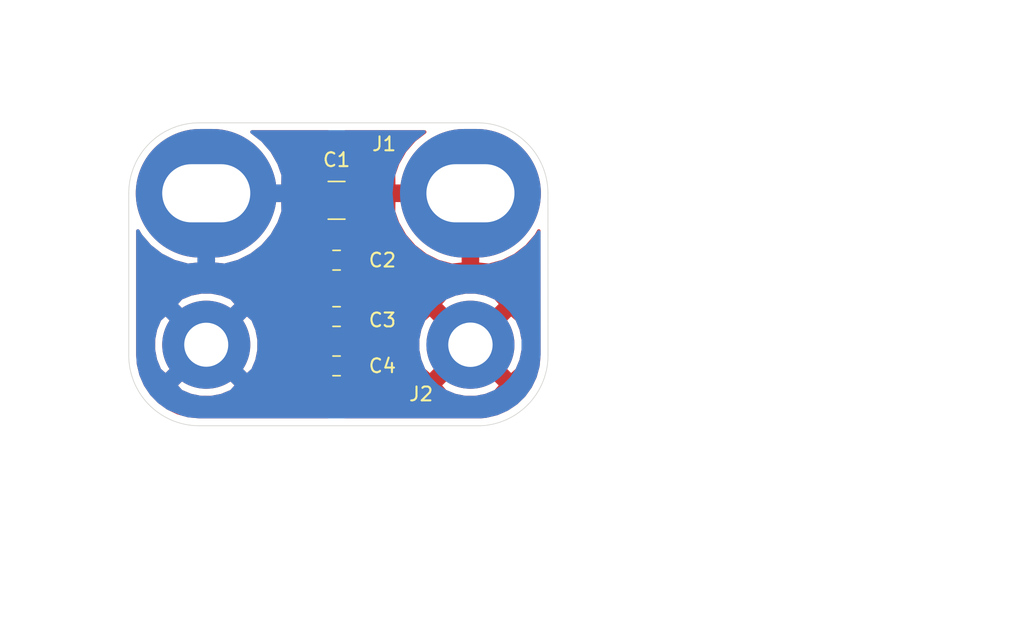
<source format=kicad_pcb>
(kicad_pcb (version 20171130) (host pcbnew "(5.1.5)-3")

  (general
    (thickness 1.6)
    (drawings 16)
    (tracks 0)
    (zones 0)
    (modules 6)
    (nets 3)
  )

  (page A4)
  (layers
    (0 F.Cu signal)
    (31 B.Cu signal)
    (32 B.Adhes user)
    (33 F.Adhes user)
    (34 B.Paste user)
    (35 F.Paste user)
    (36 B.SilkS user)
    (37 F.SilkS user)
    (38 B.Mask user)
    (39 F.Mask user)
    (40 Dwgs.User user)
    (41 Cmts.User user)
    (42 Eco1.User user)
    (43 Eco2.User user)
    (44 Edge.Cuts user)
    (45 Margin user)
    (46 B.CrtYd user)
    (47 F.CrtYd user)
    (48 B.Fab user)
    (49 F.Fab user)
  )

  (setup
    (last_trace_width 0.25)
    (trace_clearance 0.2)
    (zone_clearance 0.508)
    (zone_45_only no)
    (trace_min 0.2)
    (via_size 0.8)
    (via_drill 0.4)
    (via_min_size 0.4)
    (via_min_drill 0.3)
    (uvia_size 0.3)
    (uvia_drill 0.1)
    (uvias_allowed no)
    (uvia_min_size 0.2)
    (uvia_min_drill 0.1)
    (edge_width 0.05)
    (segment_width 0.2)
    (pcb_text_width 0.3)
    (pcb_text_size 1.5 1.5)
    (mod_edge_width 0.12)
    (mod_text_size 1 1)
    (mod_text_width 0.15)
    (pad_size 1.524 1.524)
    (pad_drill 0.762)
    (pad_to_mask_clearance 0.051)
    (solder_mask_min_width 0.25)
    (aux_axis_origin 0 0)
    (visible_elements 7FFFFF7F)
    (pcbplotparams
      (layerselection 0x010fc_ffffffff)
      (usegerberextensions false)
      (usegerberattributes false)
      (usegerberadvancedattributes false)
      (creategerberjobfile false)
      (excludeedgelayer true)
      (linewidth 0.100000)
      (plotframeref false)
      (viasonmask false)
      (mode 1)
      (useauxorigin false)
      (hpglpennumber 1)
      (hpglpenspeed 20)
      (hpglpendiameter 15.000000)
      (psnegative false)
      (psa4output false)
      (plotreference true)
      (plotvalue true)
      (plotinvisibletext false)
      (padsonsilk false)
      (subtractmaskfromsilk false)
      (outputformat 1)
      (mirror false)
      (drillshape 0)
      (scaleselection 1)
      (outputdirectory "C:/Users/HPz420/Documents/GitHub/land-boards/lb-corporate-Identity/TestEqpt/Power_Supply_36V_6A_Others/BindingPost_PCB/BindingPost_PCB/plots/"))
  )

  (net 0 "")
  (net 1 /VCC)
  (net 2 /GND)

  (net_class Default "This is the default net class."
    (clearance 0.2)
    (trace_width 0.25)
    (via_dia 0.8)
    (via_drill 0.4)
    (uvia_dia 0.3)
    (uvia_drill 0.1)
    (add_net /GND)
    (add_net /VCC)
  )

  (module LandBoards_Conns:2x12AWG (layer F.Cu) (tedit 610692E3) (tstamp 6106E571)
    (at 24.892 16.002 180)
    (descr "Through hole straight pin header, 1x02, 2.54mm pitch, single row")
    (tags "Through hole pin header THT 1x02 2.54mm single row")
    (path /61068C5B)
    (fp_text reference J2 (at 3.556 -3.556 180) (layer F.SilkS)
      (effects (font (size 1 1) (thickness 0.15)))
    )
    (fp_text value Conn_01x02 (at 8.89 0 180) (layer F.Fab) hide
      (effects (font (size 1 1) (thickness 0.15)))
    )
    (fp_line (start -0.635 -1.27) (end 1.27 -1.27) (layer F.Fab) (width 0.1))
    (fp_line (start -1.27 -0.635) (end -0.635 -1.27) (layer F.Fab) (width 0.1))
    (fp_line (start 1.8 -1.8) (end -1.8 -1.8) (layer F.CrtYd) (width 0.05))
    (fp_text user %R (at 0 1.27 270) (layer F.Fab)
      (effects (font (size 1 1) (thickness 0.15)))
    )
    (pad 1 thru_hole circle (at 0 0 180) (size 6.35 6.35) (drill 3.2004) (layers *.Cu *.Mask)
      (net 1 /VCC))
    (pad 2 thru_hole circle (at 19.05 0 180) (size 6.35 6.35) (drill 3.175) (layers *.Cu *.Mask)
      (net 2 /GND))
  )

  (module LandBoards_Conns:BindingPosts (layer F.Cu) (tedit 61068D8E) (tstamp 6106DA26)
    (at 24.892 5.08 180)
    (descr "Through hole straight pin header, 1x02, 2.54mm pitch, single row")
    (tags "Through hole pin header THT 1x02 2.54mm single row")
    (path /61069496)
    (fp_text reference J1 (at 6.223 3.556 180) (layer F.SilkS)
      (effects (font (size 1 1) (thickness 0.15)))
    )
    (fp_text value Conn_01x02 (at 8.89 0 180) (layer F.Fab) hide
      (effects (font (size 1 1) (thickness 0.15)))
    )
    (fp_text user %R (at 0 1.27 270) (layer F.Fab)
      (effects (font (size 1 1) (thickness 0.15)))
    )
    (fp_line (start 1.8 -1.8) (end -1.8 -1.8) (layer F.CrtYd) (width 0.05))
    (fp_line (start -1.27 -0.635) (end -0.635 -1.27) (layer F.Fab) (width 0.1))
    (fp_line (start -0.635 -1.27) (end 1.27 -1.27) (layer F.Fab) (width 0.1))
    (pad 2 thru_hole oval (at 19.05 0 180) (size 10.16 9.271) (drill oval 6.35 4.191) (layers *.Cu *.Mask)
      (net 2 /GND))
    (pad 1 thru_hole oval (at 0 0 180) (size 10.16 9.271) (drill oval 6.35 4.191) (layers *.Cu *.Mask)
      (net 1 /VCC))
  )

  (module Capacitor_SMD:C_1210_3225Metric_Pad1.42x2.65mm_HandSolder (layer F.Cu) (tedit 5B301BBE) (tstamp 610681D6)
    (at 15.24 5.588 180)
    (descr "Capacitor SMD 1210 (3225 Metric), square (rectangular) end terminal, IPC_7351 nominal with elongated pad for handsoldering. (Body size source: http://www.tortai-tech.com/upload/download/2011102023233369053.pdf), generated with kicad-footprint-generator")
    (tags "capacitor handsolder")
    (path /61067DC5)
    (attr smd)
    (fp_text reference C1 (at 0 2.921) (layer F.SilkS)
      (effects (font (size 1 1) (thickness 0.15)))
    )
    (fp_text value 10uF (at 0 2.28) (layer F.Fab) hide
      (effects (font (size 1 1) (thickness 0.15)))
    )
    (fp_line (start -1.6 1.25) (end -1.6 -1.25) (layer F.Fab) (width 0.1))
    (fp_line (start -1.6 -1.25) (end 1.6 -1.25) (layer F.Fab) (width 0.1))
    (fp_line (start 1.6 -1.25) (end 1.6 1.25) (layer F.Fab) (width 0.1))
    (fp_line (start 1.6 1.25) (end -1.6 1.25) (layer F.Fab) (width 0.1))
    (fp_line (start -0.602064 -1.36) (end 0.602064 -1.36) (layer F.SilkS) (width 0.12))
    (fp_line (start -0.602064 1.36) (end 0.602064 1.36) (layer F.SilkS) (width 0.12))
    (fp_line (start -2.45 1.58) (end -2.45 -1.58) (layer F.CrtYd) (width 0.05))
    (fp_line (start -2.45 -1.58) (end 2.45 -1.58) (layer F.CrtYd) (width 0.05))
    (fp_line (start 2.45 -1.58) (end 2.45 1.58) (layer F.CrtYd) (width 0.05))
    (fp_line (start 2.45 1.58) (end -2.45 1.58) (layer F.CrtYd) (width 0.05))
    (fp_text user %R (at 0 0) (layer F.Fab) hide
      (effects (font (size 0.8 0.8) (thickness 0.12)))
    )
    (pad 1 smd roundrect (at -1.4875 0 180) (size 1.425 2.65) (layers F.Cu F.Paste F.Mask) (roundrect_rratio 0.175439)
      (net 1 /VCC))
    (pad 2 smd roundrect (at 1.4875 0 180) (size 1.425 2.65) (layers F.Cu F.Paste F.Mask) (roundrect_rratio 0.175439)
      (net 2 /GND))
    (model ${KISYS3DMOD}/Capacitor_SMD.3dshapes/C_1210_3225Metric.wrl
      (at (xyz 0 0 0))
      (scale (xyz 1 1 1))
      (rotate (xyz 0 0 0))
    )
  )

  (module Capacitor_SMD:C_0805_2012Metric_Pad1.15x1.40mm_HandSolder (layer F.Cu) (tedit 5B36C52B) (tstamp 610681E7)
    (at 15.24 9.906 180)
    (descr "Capacitor SMD 0805 (2012 Metric), square (rectangular) end terminal, IPC_7351 nominal with elongated pad for handsoldering. (Body size source: https://docs.google.com/spreadsheets/d/1BsfQQcO9C6DZCsRaXUlFlo91Tg2WpOkGARC1WS5S8t0/edit?usp=sharing), generated with kicad-footprint-generator")
    (tags "capacitor handsolder")
    (path /610682BA)
    (attr smd)
    (fp_text reference C2 (at -3.302 0) (layer F.SilkS)
      (effects (font (size 1 1) (thickness 0.15)))
    )
    (fp_text value 0.1uF (at 0 1.65) (layer F.Fab) hide
      (effects (font (size 1 1) (thickness 0.15)))
    )
    (fp_line (start -1 0.6) (end -1 -0.6) (layer F.Fab) (width 0.1))
    (fp_line (start -1 -0.6) (end 1 -0.6) (layer F.Fab) (width 0.1))
    (fp_line (start 1 -0.6) (end 1 0.6) (layer F.Fab) (width 0.1))
    (fp_line (start 1 0.6) (end -1 0.6) (layer F.Fab) (width 0.1))
    (fp_line (start -0.261252 -0.71) (end 0.261252 -0.71) (layer F.SilkS) (width 0.12))
    (fp_line (start -0.261252 0.71) (end 0.261252 0.71) (layer F.SilkS) (width 0.12))
    (fp_line (start -1.85 0.95) (end -1.85 -0.95) (layer F.CrtYd) (width 0.05))
    (fp_line (start -1.85 -0.95) (end 1.85 -0.95) (layer F.CrtYd) (width 0.05))
    (fp_line (start 1.85 -0.95) (end 1.85 0.95) (layer F.CrtYd) (width 0.05))
    (fp_line (start 1.85 0.95) (end -1.85 0.95) (layer F.CrtYd) (width 0.05))
    (fp_text user %R (at 0 0 180) (layer F.Fab) hide
      (effects (font (size 0.5 0.5) (thickness 0.08)))
    )
    (pad 1 smd roundrect (at -1.025 0 180) (size 1.15 1.4) (layers F.Cu F.Paste F.Mask) (roundrect_rratio 0.217391)
      (net 1 /VCC))
    (pad 2 smd roundrect (at 1.025 0 180) (size 1.15 1.4) (layers F.Cu F.Paste F.Mask) (roundrect_rratio 0.217391)
      (net 2 /GND))
    (model ${KISYS3DMOD}/Capacitor_SMD.3dshapes/C_0805_2012Metric.wrl
      (at (xyz 0 0 0))
      (scale (xyz 1 1 1))
      (rotate (xyz 0 0 0))
    )
  )

  (module Capacitor_SMD:C_0805_2012Metric_Pad1.15x1.40mm_HandSolder (layer F.Cu) (tedit 5B36C52B) (tstamp 610681F8)
    (at 15.24 13.97 180)
    (descr "Capacitor SMD 0805 (2012 Metric), square (rectangular) end terminal, IPC_7351 nominal with elongated pad for handsoldering. (Body size source: https://docs.google.com/spreadsheets/d/1BsfQQcO9C6DZCsRaXUlFlo91Tg2WpOkGARC1WS5S8t0/edit?usp=sharing), generated with kicad-footprint-generator")
    (tags "capacitor handsolder")
    (path /61068637)
    (attr smd)
    (fp_text reference C3 (at -3.302 -0.254) (layer F.SilkS)
      (effects (font (size 1 1) (thickness 0.15)))
    )
    (fp_text value 0.01uF (at 0 1.65) (layer F.Fab) hide
      (effects (font (size 1 1) (thickness 0.15)))
    )
    (fp_text user %R (at 0 0) (layer F.Fab) hide
      (effects (font (size 0.5 0.5) (thickness 0.08)))
    )
    (fp_line (start 1.85 0.95) (end -1.85 0.95) (layer F.CrtYd) (width 0.05))
    (fp_line (start 1.85 -0.95) (end 1.85 0.95) (layer F.CrtYd) (width 0.05))
    (fp_line (start -1.85 -0.95) (end 1.85 -0.95) (layer F.CrtYd) (width 0.05))
    (fp_line (start -1.85 0.95) (end -1.85 -0.95) (layer F.CrtYd) (width 0.05))
    (fp_line (start -0.261252 0.71) (end 0.261252 0.71) (layer F.SilkS) (width 0.12))
    (fp_line (start -0.261252 -0.71) (end 0.261252 -0.71) (layer F.SilkS) (width 0.12))
    (fp_line (start 1 0.6) (end -1 0.6) (layer F.Fab) (width 0.1))
    (fp_line (start 1 -0.6) (end 1 0.6) (layer F.Fab) (width 0.1))
    (fp_line (start -1 -0.6) (end 1 -0.6) (layer F.Fab) (width 0.1))
    (fp_line (start -1 0.6) (end -1 -0.6) (layer F.Fab) (width 0.1))
    (pad 2 smd roundrect (at 1.025 0 180) (size 1.15 1.4) (layers F.Cu F.Paste F.Mask) (roundrect_rratio 0.217391)
      (net 2 /GND))
    (pad 1 smd roundrect (at -1.025 0 180) (size 1.15 1.4) (layers F.Cu F.Paste F.Mask) (roundrect_rratio 0.217391)
      (net 1 /VCC))
    (model ${KISYS3DMOD}/Capacitor_SMD.3dshapes/C_0805_2012Metric.wrl
      (at (xyz 0 0 0))
      (scale (xyz 1 1 1))
      (rotate (xyz 0 0 0))
    )
  )

  (module Capacitor_SMD:C_0805_2012Metric_Pad1.15x1.40mm_HandSolder (layer F.Cu) (tedit 5B36C52B) (tstamp 6106DEEA)
    (at 15.24 17.526 180)
    (descr "Capacitor SMD 0805 (2012 Metric), square (rectangular) end terminal, IPC_7351 nominal with elongated pad for handsoldering. (Body size source: https://docs.google.com/spreadsheets/d/1BsfQQcO9C6DZCsRaXUlFlo91Tg2WpOkGARC1WS5S8t0/edit?usp=sharing), generated with kicad-footprint-generator")
    (tags "capacitor handsolder")
    (path /6107009B)
    (attr smd)
    (fp_text reference C4 (at -3.302 0) (layer F.SilkS)
      (effects (font (size 1 1) (thickness 0.15)))
    )
    (fp_text value 0.1uF (at 0 1.65) (layer F.Fab) hide
      (effects (font (size 1 1) (thickness 0.15)))
    )
    (fp_line (start -1 0.6) (end -1 -0.6) (layer F.Fab) (width 0.1))
    (fp_line (start -1 -0.6) (end 1 -0.6) (layer F.Fab) (width 0.1))
    (fp_line (start 1 -0.6) (end 1 0.6) (layer F.Fab) (width 0.1))
    (fp_line (start 1 0.6) (end -1 0.6) (layer F.Fab) (width 0.1))
    (fp_line (start -0.261252 -0.71) (end 0.261252 -0.71) (layer F.SilkS) (width 0.12))
    (fp_line (start -0.261252 0.71) (end 0.261252 0.71) (layer F.SilkS) (width 0.12))
    (fp_line (start -1.85 0.95) (end -1.85 -0.95) (layer F.CrtYd) (width 0.05))
    (fp_line (start -1.85 -0.95) (end 1.85 -0.95) (layer F.CrtYd) (width 0.05))
    (fp_line (start 1.85 -0.95) (end 1.85 0.95) (layer F.CrtYd) (width 0.05))
    (fp_line (start 1.85 0.95) (end -1.85 0.95) (layer F.CrtYd) (width 0.05))
    (fp_text user %R (at 0 0) (layer F.Fab) hide
      (effects (font (size 0.5 0.5) (thickness 0.08)))
    )
    (pad 1 smd roundrect (at -1.025 0 180) (size 1.15 1.4) (layers F.Cu F.Paste F.Mask) (roundrect_rratio 0.217391)
      (net 1 /VCC))
    (pad 2 smd roundrect (at 1.025 0 180) (size 1.15 1.4) (layers F.Cu F.Paste F.Mask) (roundrect_rratio 0.217391)
      (net 2 /GND))
    (model ${KISYS3DMOD}/Capacitor_SMD.3dshapes/C_0805_2012Metric.wrl
      (at (xyz 0 0 0))
      (scale (xyz 1 1 1))
      (rotate (xyz 0 0 0))
    )
  )

  (dimension 4.191 (width 0.15) (layer Eco1.User)
    (gr_text "0.1650 in" (at -1.935 5.0165 90) (layer Eco1.User)
      (effects (font (size 1 1) (thickness 0.15)))
    )
    (feature1 (pts (xy 5.588 2.921) (xy -1.221421 2.921)))
    (feature2 (pts (xy 5.588 7.112) (xy -1.221421 7.112)))
    (crossbar (pts (xy -0.635 7.112) (xy -0.635 2.921)))
    (arrow1a (pts (xy -0.635 2.921) (xy -0.048579 4.047504)))
    (arrow1b (pts (xy -0.635 2.921) (xy -1.221421 4.047504)))
    (arrow2a (pts (xy -0.635 7.112) (xy -0.048579 5.985496)))
    (arrow2b (pts (xy -0.635 7.112) (xy -1.221421 5.985496)))
  )
  (dimension 9.271 (width 0.15) (layer Eco1.User)
    (gr_text "0.3650 in" (at -5.364 5.1435 90) (layer Eco1.User)
      (effects (font (size 1 1) (thickness 0.15)))
    )
    (feature1 (pts (xy 5.842 0.508) (xy -4.650421 0.508)))
    (feature2 (pts (xy 5.842 9.779) (xy -4.650421 9.779)))
    (crossbar (pts (xy -4.064 9.779) (xy -4.064 0.508)))
    (arrow1a (pts (xy -4.064 0.508) (xy -3.477579 1.634504)))
    (arrow1b (pts (xy -4.064 0.508) (xy -4.650421 1.634504)))
    (arrow2a (pts (xy -4.064 9.779) (xy -3.477579 8.652496)))
    (arrow2b (pts (xy -4.064 9.779) (xy -4.650421 8.652496)))
  )
  (dimension 3.175 (width 0.12) (layer Eco1.User)
    (gr_text "0.1250 in" (at 5.7785 24.892) (layer Eco1.User)
      (effects (font (size 1 1) (thickness 0.15)))
    )
    (feature1 (pts (xy 7.366 16.002) (xy 7.366 24.208421)))
    (feature2 (pts (xy 4.191 16.002) (xy 4.191 24.208421)))
    (crossbar (pts (xy 4.191 23.622) (xy 7.366 23.622)))
    (arrow1a (pts (xy 7.366 23.622) (xy 6.239496 24.208421)))
    (arrow1b (pts (xy 7.366 23.622) (xy 6.239496 23.035579)))
    (arrow2a (pts (xy 4.191 23.622) (xy 5.317504 24.208421)))
    (arrow2b (pts (xy 4.191 23.622) (xy 5.317504 23.035579)))
  )
  (dimension 3.556 (width 0.15) (layer Eco1.User)
    (gr_text "0.1400 in" (at 4.318 -3.078) (layer Eco1.User)
      (effects (font (size 1 1) (thickness 0.15)))
    )
    (feature1 (pts (xy 2.54 5.08) (xy 2.54 -2.364421)))
    (feature2 (pts (xy 6.096 5.08) (xy 6.096 -2.364421)))
    (crossbar (pts (xy 6.096 -1.778) (xy 2.54 -1.778)))
    (arrow1a (pts (xy 2.54 -1.778) (xy 3.666504 -2.364421)))
    (arrow1b (pts (xy 2.54 -1.778) (xy 3.666504 -1.191579)))
    (arrow2a (pts (xy 6.096 -1.778) (xy 4.969496 -2.364421)))
    (arrow2b (pts (xy 6.096 -1.778) (xy 4.969496 -1.191579)))
  )
  (gr_text "12 AWG stranded wire diameter = 0.1020\n  https://www.avoutlet.com/images/product/additional/f/awg-solid-stranded-web.pdf\n4-40 screw diameter = 0.112\"\n  https://www.engineersedge.com/screw_threads_chart.htm\nBinding post screw diameter = 0.145\" and 0.152\" (measured 2 pcs)\nBinding post washer diameter = 0.350\" (measured)\n" (at -3.048 31.623) (layer Dwgs.User)
    (effects (font (size 1 1) (thickness 0.15)) (justify left))
  )
  (dimension 19.05 (width 0.12) (layer Eco1.User)
    (gr_text "0.7500 in" (at 15.621 -3.048) (layer Eco1.User)
      (effects (font (size 1 1) (thickness 0.15)))
    )
    (feature1 (pts (xy 25.146 5.08) (xy 25.146 -2.364421)))
    (feature2 (pts (xy 6.096 5.08) (xy 6.096 -2.364421)))
    (crossbar (pts (xy 6.096 -1.778) (xy 25.146 -1.778)))
    (arrow1a (pts (xy 25.146 -1.778) (xy 24.019496 -1.191579)))
    (arrow1b (pts (xy 25.146 -1.778) (xy 24.019496 -2.364421)))
    (arrow2a (pts (xy 6.096 -1.778) (xy 7.222504 -1.191579)))
    (arrow2b (pts (xy 6.096 -1.778) (xy 7.222504 -2.364421)))
  )
  (dimension 30.226 (width 0.15) (layer Eco1.User)
    (gr_text "1.1900 in" (at 15.367 -8.158) (layer Eco1.User)
      (effects (font (size 1 1) (thickness 0.15)))
    )
    (feature1 (pts (xy 30.48 2.286) (xy 30.48 -7.444421)))
    (feature2 (pts (xy 0.254 2.286) (xy 0.254 -7.444421)))
    (crossbar (pts (xy 0.254 -6.858) (xy 30.48 -6.858)))
    (arrow1a (pts (xy 30.48 -6.858) (xy 29.353496 -6.271579)))
    (arrow1b (pts (xy 30.48 -6.858) (xy 29.353496 -7.444421)))
    (arrow2a (pts (xy 0.254 -6.858) (xy 1.380504 -6.271579)))
    (arrow2b (pts (xy 0.254 -6.858) (xy 1.380504 -7.444421)))
  )
  (dimension 21.844 (width 0.15) (layer Eco1.User)
    (gr_text "0.8600 in" (at 34.066 10.922 270) (layer Eco1.User)
      (effects (font (size 1 1) (thickness 0.15)))
    )
    (feature1 (pts (xy 25.4 21.844) (xy 33.352421 21.844)))
    (feature2 (pts (xy 25.4 0) (xy 33.352421 0)))
    (crossbar (pts (xy 32.766 0) (xy 32.766 21.844)))
    (arrow1a (pts (xy 32.766 21.844) (xy 32.179579 20.717496)))
    (arrow1b (pts (xy 32.766 21.844) (xy 33.352421 20.717496)))
    (arrow2a (pts (xy 32.766 0) (xy 32.179579 1.126504)))
    (arrow2b (pts (xy 32.766 0) (xy 33.352421 1.126504)))
  )
  (gr_arc (start 25.4 5.08) (end 30.48 5.08) (angle -90) (layer Edge.Cuts) (width 0.05))
  (gr_line (start 0.254 5.08) (end 0.254 16.764) (layer Edge.Cuts) (width 0.05) (tstamp 6106DDDB))
  (gr_arc (start 25.4 16.764) (end 25.654 21.844) (angle -87.13759477) (layer Edge.Cuts) (width 0.05))
  (gr_arc (start 5.334 16.764) (end 0.254 16.764) (angle -90) (layer Edge.Cuts) (width 0.05))
  (gr_line (start 25.4 0) (end 5.334 0) (layer Edge.Cuts) (width 0.05) (tstamp 6106DD9C))
  (gr_arc (start 5.334 5.08) (end 5.334 0) (angle -90) (layer Edge.Cuts) (width 0.05))
  (gr_line (start 30.486346 16.764) (end 30.48 5.08) (layer Edge.Cuts) (width 0.05) (tstamp 6106DD43))
  (gr_line (start 5.334 21.844) (end 25.654 21.844) (layer Edge.Cuts) (width 0.05))

  (zone (net 2) (net_name /GND) (layer F.Cu) (tstamp 6106EB44) (hatch edge 0.508)
    (connect_pads (clearance 0.508))
    (min_thickness 0.254)
    (fill yes (arc_segments 32) (thermal_gap 0.508) (thermal_bridge_width 1.27))
    (polygon
      (pts
        (xy 14.732 21.844) (xy 5.588 21.844) (xy 1.778 20.574) (xy 0.254 17.526) (xy 0.254 5.08)
        (xy 1.27 1.524) (xy 5.842 0) (xy 14.732 0)
      )
    )
    (filled_polygon
      (pts
        (xy 14.605 3.641895) (xy 14.589482 3.637188) (xy 14.465 3.624928) (xy 14.41925 3.628) (xy 14.2605 3.78675)
        (xy 14.2605 5.08) (xy 14.2805 5.08) (xy 14.2805 6.096) (xy 14.2605 6.096) (xy 14.2605 7.38925)
        (xy 14.41925 7.548) (xy 14.465 7.551072) (xy 14.589482 7.538812) (xy 14.605 7.534105) (xy 14.605 21.184)
        (xy 5.363392 21.184) (xy 4.551751 21.111563) (xy 3.794226 20.904328) (xy 3.085373 20.566221) (xy 2.44759 20.107928)
        (xy 1.901054 19.543945) (xy 1.48923 18.931086) (xy 3.631335 18.931086) (xy 4.022581 19.370476) (xy 4.714698 19.660703)
        (xy 5.450136 19.810328) (xy 6.200634 19.8136) (xy 6.937349 19.670395) (xy 7.631972 19.386216) (xy 7.661419 19.370476)
        (xy 8.052665 18.931086) (xy 7.337626 18.216046) (xy 13.002006 18.216046) (xy 13.012323 18.340704) (xy 13.046761 18.460954)
        (xy 13.103997 18.572174) (xy 13.181831 18.670092) (xy 13.277273 18.750943) (xy 13.386654 18.811621) (xy 13.505771 18.849794)
        (xy 13.60825 18.861) (xy 13.767 18.70225) (xy 13.767 18.034) (xy 13.16375 18.034) (xy 13.005 18.19275)
        (xy 13.002006 18.216046) (xy 7.337626 18.216046) (xy 5.842 16.72042) (xy 3.631335 18.931086) (xy 1.48923 18.931086)
        (xy 1.463022 18.892085) (xy 1.147349 18.172963) (xy 0.962794 17.404232) (xy 0.914 16.739792) (xy 0.914 16.360634)
        (xy 2.0304 16.360634) (xy 2.173605 17.097349) (xy 2.457784 17.791972) (xy 2.473524 17.821419) (xy 2.912914 18.212665)
        (xy 5.12358 16.002) (xy 6.56042 16.002) (xy 8.771086 18.212665) (xy 9.210476 17.821419) (xy 9.500703 17.129302)
        (xy 9.560384 16.835954) (xy 13.002006 16.835954) (xy 13.005 16.85925) (xy 13.16375 17.018) (xy 13.767 17.018)
        (xy 13.767 16.34975) (xy 13.60825 16.191) (xy 13.505771 16.202206) (xy 13.386654 16.240379) (xy 13.277273 16.301057)
        (xy 13.181831 16.381908) (xy 13.103997 16.479826) (xy 13.046761 16.591046) (xy 13.012323 16.711296) (xy 13.002006 16.835954)
        (xy 9.560384 16.835954) (xy 9.650328 16.393864) (xy 9.6536 15.643366) (xy 9.510395 14.906651) (xy 9.409506 14.660046)
        (xy 13.002006 14.660046) (xy 13.012323 14.784704) (xy 13.046761 14.904954) (xy 13.103997 15.016174) (xy 13.181831 15.114092)
        (xy 13.277273 15.194943) (xy 13.386654 15.255621) (xy 13.505771 15.293794) (xy 13.60825 15.305) (xy 13.767 15.14625)
        (xy 13.767 14.478) (xy 13.16375 14.478) (xy 13.005 14.63675) (xy 13.002006 14.660046) (xy 9.409506 14.660046)
        (xy 9.226216 14.212028) (xy 9.210476 14.182581) (xy 8.771086 13.791335) (xy 6.56042 16.002) (xy 5.12358 16.002)
        (xy 2.912914 13.791335) (xy 2.473524 14.182581) (xy 2.183297 14.874698) (xy 2.033672 15.610136) (xy 2.0304 16.360634)
        (xy 0.914 16.360634) (xy 0.914 13.072914) (xy 3.631335 13.072914) (xy 5.842 15.28358) (xy 7.845625 13.279954)
        (xy 13.002006 13.279954) (xy 13.005 13.30325) (xy 13.16375 13.462) (xy 13.767 13.462) (xy 13.767 12.79375)
        (xy 13.60825 12.635) (xy 13.505771 12.646206) (xy 13.386654 12.684379) (xy 13.277273 12.745057) (xy 13.181831 12.825908)
        (xy 13.103997 12.923826) (xy 13.046761 13.035046) (xy 13.012323 13.155296) (xy 13.002006 13.279954) (xy 7.845625 13.279954)
        (xy 8.052665 13.072914) (xy 7.661419 12.633524) (xy 6.969302 12.343297) (xy 6.233864 12.193672) (xy 5.483366 12.1904)
        (xy 4.746651 12.333605) (xy 4.052028 12.617784) (xy 4.022581 12.633524) (xy 3.631335 13.072914) (xy 0.914 13.072914)
        (xy 0.914 10.596046) (xy 13.002006 10.596046) (xy 13.012323 10.720704) (xy 13.046761 10.840954) (xy 13.103997 10.952174)
        (xy 13.181831 11.050092) (xy 13.277273 11.130943) (xy 13.386654 11.191621) (xy 13.505771 11.229794) (xy 13.60825 11.241)
        (xy 13.767 11.08225) (xy 13.767 10.414) (xy 13.16375 10.414) (xy 13.005 10.57275) (xy 13.002006 10.596046)
        (xy 0.914 10.596046) (xy 0.914 7.800682) (xy 1.098728 8.124751) (xy 1.775329 8.904896) (xy 2.591128 9.538052)
        (xy 3.514774 9.999888) (xy 4.510773 10.272655) (xy 5.334 10.18869) (xy 5.334 5.588) (xy 6.35 5.588)
        (xy 6.35 10.18869) (xy 7.173227 10.272655) (xy 8.169226 9.999888) (xy 9.092872 9.538052) (xy 9.507883 9.215954)
        (xy 13.002006 9.215954) (xy 13.005 9.23925) (xy 13.16375 9.398) (xy 13.767 9.398) (xy 13.767 8.72975)
        (xy 13.60825 8.571) (xy 13.505771 8.582206) (xy 13.386654 8.620379) (xy 13.277273 8.681057) (xy 13.181831 8.761908)
        (xy 13.103997 8.859826) (xy 13.046761 8.971046) (xy 13.012323 9.091296) (xy 13.002006 9.215954) (xy 9.507883 9.215954)
        (xy 9.908671 8.904896) (xy 10.585272 8.124751) (xy 11.096674 7.227598) (xy 11.207893 6.913) (xy 12.401928 6.913)
        (xy 12.414188 7.037482) (xy 12.450498 7.15718) (xy 12.509463 7.267494) (xy 12.588815 7.364185) (xy 12.685506 7.443537)
        (xy 12.79582 7.502502) (xy 12.915518 7.538812) (xy 13.04 7.551072) (xy 13.08575 7.548) (xy 13.2445 7.38925)
        (xy 13.2445 6.096) (xy 12.56375 6.096) (xy 12.405 6.25475) (xy 12.401928 6.913) (xy 11.207893 6.913)
        (xy 11.388406 6.402395) (xy 11.372945 5.588) (xy 6.35 5.588) (xy 5.334 5.588) (xy 5.314 5.588)
        (xy 5.314 4.572) (xy 5.334 4.572) (xy 5.334 4.552) (xy 6.35 4.552) (xy 6.35 4.572)
        (xy 11.372945 4.572) (xy 11.378811 4.263) (xy 12.401928 4.263) (xy 12.405 4.92125) (xy 12.56375 5.08)
        (xy 13.2445 5.08) (xy 13.2445 3.78675) (xy 13.08575 3.628) (xy 13.04 3.624928) (xy 12.915518 3.637188)
        (xy 12.79582 3.673498) (xy 12.685506 3.732463) (xy 12.588815 3.811815) (xy 12.509463 3.908506) (xy 12.450498 4.01882)
        (xy 12.414188 4.138518) (xy 12.401928 4.263) (xy 11.378811 4.263) (xy 11.388406 3.757605) (xy 11.096674 2.932402)
        (xy 10.585272 2.035249) (xy 9.908671 1.255104) (xy 9.141901 0.66) (xy 14.605 0.66)
      )
    )
  )
  (zone (net 1) (net_name /VCC) (layer F.Cu) (tstamp 6106EB41) (hatch edge 0.508)
    (connect_pads (clearance 0.508))
    (min_thickness 0.254)
    (fill yes (arc_segments 32) (thermal_gap 0.508) (thermal_bridge_width 1.27))
    (polygon
      (pts
        (xy 29.21 1.524) (xy 30.48 5.08) (xy 30.48 17.018) (xy 29.21 20.066) (xy 25.654 21.844)
        (xy 15.748 21.844) (xy 15.748 0) (xy 25.654 0)
      )
    )
    (filled_polygon
      (pts
        (xy 20.825329 1.255104) (xy 20.148728 2.035249) (xy 19.637326 2.932402) (xy 19.345594 3.757605) (xy 19.361055 4.572)
        (xy 24.384 4.572) (xy 24.384 4.552) (xy 25.4 4.552) (xy 25.4 4.572) (xy 25.42 4.572)
        (xy 25.42 5.588) (xy 25.4 5.588) (xy 25.4 10.18869) (xy 26.223227 10.272655) (xy 27.219226 9.999888)
        (xy 28.142872 9.538052) (xy 28.958671 8.904896) (xy 29.635272 8.124751) (xy 29.821477 7.798092) (xy 29.82633 16.734783)
        (xy 29.753808 17.547372) (xy 29.546276 18.305984) (xy 29.207682 19.015862) (xy 28.748738 19.65455) (xy 28.183938 20.201878)
        (xy 27.531142 20.640539) (xy 26.810988 20.956665) (xy 26.033095 21.14342) (xy 25.621539 21.184) (xy 15.875 21.184)
        (xy 15.875 18.931086) (xy 22.681335 18.931086) (xy 23.072581 19.370476) (xy 23.764698 19.660703) (xy 24.500136 19.810328)
        (xy 25.250634 19.8136) (xy 25.987349 19.670395) (xy 26.681972 19.386216) (xy 26.711419 19.370476) (xy 27.102665 18.931086)
        (xy 24.892 16.72042) (xy 22.681335 18.931086) (xy 15.875 18.931086) (xy 15.875 18.034) (xy 16.713 18.034)
        (xy 16.713 18.70225) (xy 16.87175 18.861) (xy 16.974229 18.849794) (xy 17.093346 18.811621) (xy 17.202727 18.750943)
        (xy 17.298169 18.670092) (xy 17.376003 18.572174) (xy 17.433239 18.460954) (xy 17.467677 18.340704) (xy 17.477994 18.216046)
        (xy 17.475 18.19275) (xy 17.31625 18.034) (xy 16.713 18.034) (xy 15.875 18.034) (xy 15.875 16.34975)
        (xy 16.713 16.34975) (xy 16.713 17.018) (xy 17.31625 17.018) (xy 17.475 16.85925) (xy 17.477994 16.835954)
        (xy 17.467677 16.711296) (xy 17.433239 16.591046) (xy 17.376003 16.479826) (xy 17.298169 16.381908) (xy 17.273056 16.360634)
        (xy 21.0804 16.360634) (xy 21.223605 17.097349) (xy 21.507784 17.791972) (xy 21.523524 17.821419) (xy 21.962914 18.212665)
        (xy 24.17358 16.002) (xy 25.61042 16.002) (xy 27.821086 18.212665) (xy 28.260476 17.821419) (xy 28.550703 17.129302)
        (xy 28.700328 16.393864) (xy 28.7036 15.643366) (xy 28.560395 14.906651) (xy 28.276216 14.212028) (xy 28.260476 14.182581)
        (xy 27.821086 13.791335) (xy 25.61042 16.002) (xy 24.17358 16.002) (xy 21.962914 13.791335) (xy 21.523524 14.182581)
        (xy 21.233297 14.874698) (xy 21.083672 15.610136) (xy 21.0804 16.360634) (xy 17.273056 16.360634) (xy 17.202727 16.301057)
        (xy 17.093346 16.240379) (xy 16.974229 16.202206) (xy 16.87175 16.191) (xy 16.713 16.34975) (xy 15.875 16.34975)
        (xy 15.875 14.478) (xy 16.713 14.478) (xy 16.713 15.14625) (xy 16.87175 15.305) (xy 16.974229 15.293794)
        (xy 17.093346 15.255621) (xy 17.202727 15.194943) (xy 17.298169 15.114092) (xy 17.376003 15.016174) (xy 17.433239 14.904954)
        (xy 17.467677 14.784704) (xy 17.477994 14.660046) (xy 17.475 14.63675) (xy 17.31625 14.478) (xy 16.713 14.478)
        (xy 15.875 14.478) (xy 15.875 12.79375) (xy 16.713 12.79375) (xy 16.713 13.462) (xy 17.31625 13.462)
        (xy 17.475 13.30325) (xy 17.477994 13.279954) (xy 17.467677 13.155296) (xy 17.444084 13.072914) (xy 22.681335 13.072914)
        (xy 24.892 15.28358) (xy 27.102665 13.072914) (xy 26.711419 12.633524) (xy 26.019302 12.343297) (xy 25.283864 12.193672)
        (xy 24.533366 12.1904) (xy 23.796651 12.333605) (xy 23.102028 12.617784) (xy 23.072581 12.633524) (xy 22.681335 13.072914)
        (xy 17.444084 13.072914) (xy 17.433239 13.035046) (xy 17.376003 12.923826) (xy 17.298169 12.825908) (xy 17.202727 12.745057)
        (xy 17.093346 12.684379) (xy 16.974229 12.646206) (xy 16.87175 12.635) (xy 16.713 12.79375) (xy 15.875 12.79375)
        (xy 15.875 10.414) (xy 16.713 10.414) (xy 16.713 11.08225) (xy 16.87175 11.241) (xy 16.974229 11.229794)
        (xy 17.093346 11.191621) (xy 17.202727 11.130943) (xy 17.298169 11.050092) (xy 17.376003 10.952174) (xy 17.433239 10.840954)
        (xy 17.467677 10.720704) (xy 17.477994 10.596046) (xy 17.475 10.57275) (xy 17.31625 10.414) (xy 16.713 10.414)
        (xy 15.875 10.414) (xy 15.875 8.72975) (xy 16.713 8.72975) (xy 16.713 9.398) (xy 17.31625 9.398)
        (xy 17.475 9.23925) (xy 17.477994 9.215954) (xy 17.467677 9.091296) (xy 17.433239 8.971046) (xy 17.376003 8.859826)
        (xy 17.298169 8.761908) (xy 17.202727 8.681057) (xy 17.093346 8.620379) (xy 16.974229 8.582206) (xy 16.87175 8.571)
        (xy 16.713 8.72975) (xy 15.875 8.72975) (xy 15.875 7.534105) (xy 15.890518 7.538812) (xy 16.015 7.551072)
        (xy 16.06075 7.548) (xy 16.2195 7.38925) (xy 16.2195 6.096) (xy 17.2355 6.096) (xy 17.2355 7.38925)
        (xy 17.39425 7.548) (xy 17.44 7.551072) (xy 17.564482 7.538812) (xy 17.68418 7.502502) (xy 17.794494 7.443537)
        (xy 17.891185 7.364185) (xy 17.970537 7.267494) (xy 18.029502 7.15718) (xy 18.065812 7.037482) (xy 18.078072 6.913)
        (xy 18.07569 6.402395) (xy 19.345594 6.402395) (xy 19.637326 7.227598) (xy 20.148728 8.124751) (xy 20.825329 8.904896)
        (xy 21.641128 9.538052) (xy 22.564774 9.999888) (xy 23.560773 10.272655) (xy 24.384 10.18869) (xy 24.384 5.588)
        (xy 19.361055 5.588) (xy 19.345594 6.402395) (xy 18.07569 6.402395) (xy 18.075 6.25475) (xy 17.91625 6.096)
        (xy 17.2355 6.096) (xy 16.2195 6.096) (xy 16.1995 6.096) (xy 16.1995 5.08) (xy 16.2195 5.08)
        (xy 16.2195 3.78675) (xy 17.2355 3.78675) (xy 17.2355 5.08) (xy 17.91625 5.08) (xy 18.075 4.92125)
        (xy 18.078072 4.263) (xy 18.065812 4.138518) (xy 18.029502 4.01882) (xy 17.970537 3.908506) (xy 17.891185 3.811815)
        (xy 17.794494 3.732463) (xy 17.68418 3.673498) (xy 17.564482 3.637188) (xy 17.44 3.624928) (xy 17.39425 3.628)
        (xy 17.2355 3.78675) (xy 16.2195 3.78675) (xy 16.06075 3.628) (xy 16.015 3.624928) (xy 15.890518 3.637188)
        (xy 15.875 3.641895) (xy 15.875 0.66) (xy 21.592099 0.66)
      )
    )
  )
  (zone (net 2) (net_name /GND) (layer B.Cu) (tstamp 6106EB3E) (hatch edge 0.508)
    (connect_pads (clearance 0.508))
    (min_thickness 0.254)
    (fill yes (arc_segments 32) (thermal_gap 0.508) (thermal_bridge_width 1.27))
    (polygon
      (pts
        (xy 29.464 2.032) (xy 30.48 5.08) (xy 30.48 17.018) (xy 29.21 20.066) (xy 25.908 21.844)
        (xy 5.842 21.844) (xy 1.524 20.066) (xy 0.254 17.018) (xy 0.254 5.08) (xy 2.032 1.27)
        (xy 6.096 0) (xy 24.892 0)
      )
    )
    (filled_polygon
      (pts
        (xy 21.505199 0.676536) (xy 20.702662 1.335162) (xy 20.044036 2.137699) (xy 19.554633 3.053308) (xy 19.25326 4.046801)
        (xy 19.151499 5.08) (xy 19.25326 6.113199) (xy 19.554633 7.106692) (xy 20.044036 8.022301) (xy 20.702662 8.824838)
        (xy 21.505199 9.483464) (xy 22.420808 9.972867) (xy 23.414301 10.27424) (xy 24.188583 10.3505) (xy 25.595417 10.3505)
        (xy 26.369699 10.27424) (xy 27.363192 9.972867) (xy 28.278801 9.483464) (xy 29.081338 8.824838) (xy 29.739964 8.022301)
        (xy 29.821516 7.869729) (xy 29.82633 16.734783) (xy 29.753808 17.547372) (xy 29.546276 18.305984) (xy 29.207682 19.015862)
        (xy 28.748738 19.65455) (xy 28.183938 20.201878) (xy 27.531142 20.640539) (xy 26.810988 20.956665) (xy 26.033095 21.14342)
        (xy 25.621539 21.184) (xy 5.363392 21.184) (xy 4.551751 21.111563) (xy 4.089991 20.98524) (xy 3.167455 20.605372)
        (xy 3.085373 20.566221) (xy 2.44759 20.107928) (xy 1.901054 19.543945) (xy 1.48923 18.931086) (xy 3.631335 18.931086)
        (xy 4.022581 19.370476) (xy 4.714698 19.660703) (xy 5.450136 19.810328) (xy 6.200634 19.8136) (xy 6.937349 19.670395)
        (xy 7.631972 19.386216) (xy 7.661419 19.370476) (xy 8.052665 18.931086) (xy 5.842 16.72042) (xy 3.631335 18.931086)
        (xy 1.48923 18.931086) (xy 1.463022 18.892085) (xy 1.147349 18.172963) (xy 0.962794 17.404232) (xy 0.914 16.739792)
        (xy 0.914 16.360634) (xy 2.0304 16.360634) (xy 2.173605 17.097349) (xy 2.457784 17.791972) (xy 2.473524 17.821419)
        (xy 2.912914 18.212665) (xy 5.12358 16.002) (xy 6.56042 16.002) (xy 8.771086 18.212665) (xy 9.210476 17.821419)
        (xy 9.500703 17.129302) (xy 9.650328 16.393864) (xy 9.6536 15.643366) (xy 9.65037 15.626748) (xy 21.082 15.626748)
        (xy 21.082 16.377252) (xy 21.228416 17.113336) (xy 21.515622 17.806712) (xy 21.93258 18.430733) (xy 22.463267 18.96142)
        (xy 23.087288 19.378378) (xy 23.780664 19.665584) (xy 24.516748 19.812) (xy 25.267252 19.812) (xy 26.003336 19.665584)
        (xy 26.696712 19.378378) (xy 27.320733 18.96142) (xy 27.85142 18.430733) (xy 28.268378 17.806712) (xy 28.555584 17.113336)
        (xy 28.702 16.377252) (xy 28.702 15.626748) (xy 28.555584 14.890664) (xy 28.268378 14.197288) (xy 27.85142 13.573267)
        (xy 27.320733 13.04258) (xy 26.696712 12.625622) (xy 26.003336 12.338416) (xy 25.267252 12.192) (xy 24.516748 12.192)
        (xy 23.780664 12.338416) (xy 23.087288 12.625622) (xy 22.463267 13.04258) (xy 21.93258 13.573267) (xy 21.515622 14.197288)
        (xy 21.228416 14.890664) (xy 21.082 15.626748) (xy 9.65037 15.626748) (xy 9.510395 14.906651) (xy 9.226216 14.212028)
        (xy 9.210476 14.182581) (xy 8.771086 13.791335) (xy 6.56042 16.002) (xy 5.12358 16.002) (xy 2.912914 13.791335)
        (xy 2.473524 14.182581) (xy 2.183297 14.874698) (xy 2.033672 15.610136) (xy 2.0304 16.360634) (xy 0.914 16.360634)
        (xy 0.914 13.072914) (xy 3.631335 13.072914) (xy 5.842 15.28358) (xy 8.052665 13.072914) (xy 7.661419 12.633524)
        (xy 6.969302 12.343297) (xy 6.233864 12.193672) (xy 5.483366 12.1904) (xy 4.746651 12.333605) (xy 4.052028 12.617784)
        (xy 4.022581 12.633524) (xy 3.631335 13.072914) (xy 0.914 13.072914) (xy 0.914 7.800682) (xy 1.098728 8.124751)
        (xy 1.775329 8.904896) (xy 2.591128 9.538052) (xy 3.514774 9.999888) (xy 4.510773 10.272655) (xy 5.334 10.18869)
        (xy 5.334 5.588) (xy 6.35 5.588) (xy 6.35 10.18869) (xy 7.173227 10.272655) (xy 8.169226 9.999888)
        (xy 9.092872 9.538052) (xy 9.908671 8.904896) (xy 10.585272 8.124751) (xy 11.096674 7.227598) (xy 11.388406 6.402395)
        (xy 11.372945 5.588) (xy 6.35 5.588) (xy 5.334 5.588) (xy 5.314 5.588) (xy 5.314 4.572)
        (xy 5.334 4.572) (xy 5.334 4.552) (xy 6.35 4.552) (xy 6.35 4.572) (xy 11.372945 4.572)
        (xy 11.388406 3.757605) (xy 11.096674 2.932402) (xy 10.585272 2.035249) (xy 9.908671 1.255104) (xy 9.141901 0.66)
        (xy 21.536136 0.66)
      )
    )
  )
)

</source>
